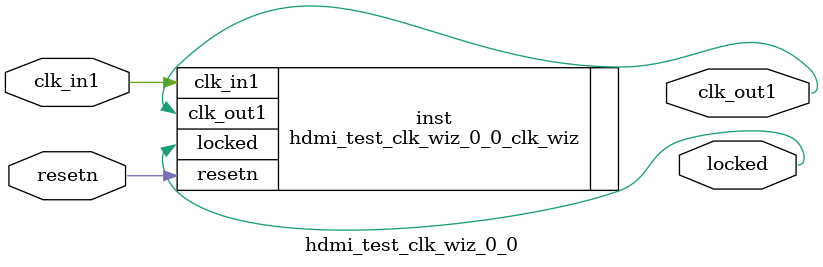
<source format=v>


`timescale 1ps/1ps

(* CORE_GENERATION_INFO = "hdmi_test_clk_wiz_0_0,clk_wiz_v6_0_2_0_0,{component_name=hdmi_test_clk_wiz_0_0,use_phase_alignment=true,use_min_o_jitter=false,use_max_i_jitter=false,use_dyn_phase_shift=false,use_inclk_switchover=false,use_dyn_reconfig=false,enable_axi=0,feedback_source=FDBK_AUTO,PRIMITIVE=MMCM,num_out_clk=1,clkin1_period=10.000,clkin2_period=10.000,use_power_down=false,use_reset=true,use_locked=true,use_inclk_stopped=false,feedback_type=SINGLE,CLOCK_MGR_TYPE=NA,manual_override=false}" *)

module hdmi_test_clk_wiz_0_0 
 (
  // Clock out ports
  output        clk_out1,
  // Status and control signals
  input         resetn,
  output        locked,
 // Clock in ports
  input         clk_in1
 );

  hdmi_test_clk_wiz_0_0_clk_wiz inst
  (
  // Clock out ports  
  .clk_out1(clk_out1),
  // Status and control signals               
  .resetn(resetn), 
  .locked(locked),
 // Clock in ports
  .clk_in1(clk_in1)
  );

endmodule

</source>
